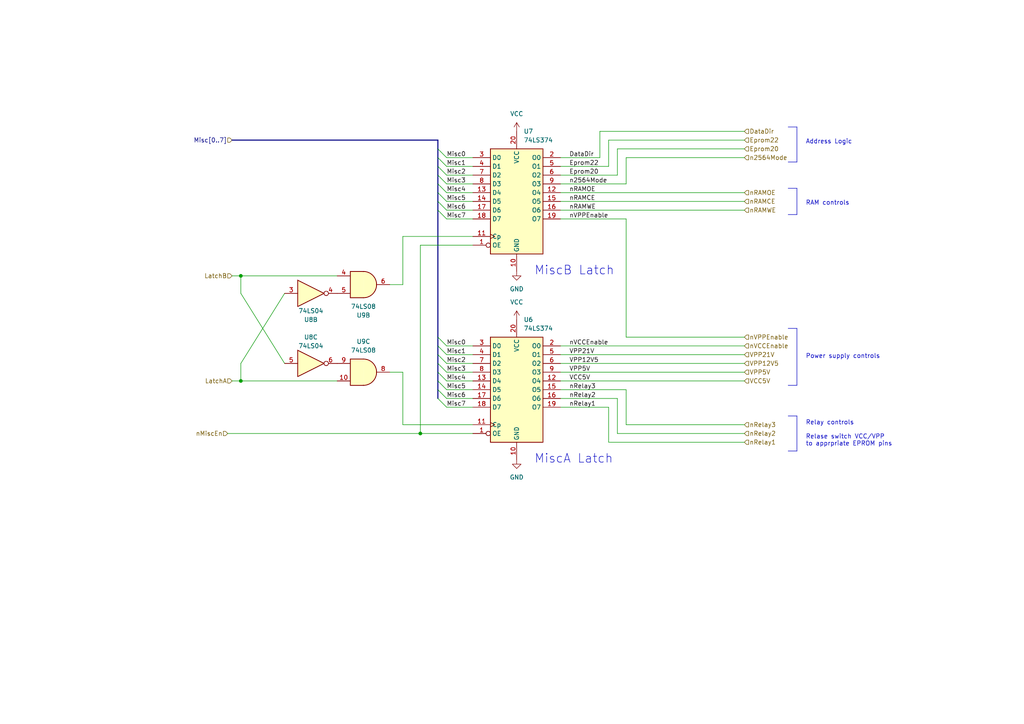
<source format=kicad_sch>
(kicad_sch (version 20211123) (generator eeschema)
  (paper "A4")
  (lib_symbols
    (symbol "74xx:74LS04"
      (property "Reference" "U" (at 0 1.27 0))
      (property "Value" "74LS04" (at 0 -1.27 0))
      (symbol "74LS04_1_0"
        (polyline (pts (xy -3.81 3.81) (xy -3.81 -3.81) (xy 3.81 0) (xy -3.81 3.81)) (stroke (width 0.254)) (fill (type background)))
        (pin input line (at -7.62 0 0) (length 3.81) (name "~") (number "1"))
        (pin output inverted (at 7.62 0 180) (length 3.81) (name "~") (number "2"))
      )
      (symbol "74LS04_2_0"
        (polyline (pts (xy -3.81 3.81) (xy -3.81 -3.81) (xy 3.81 0) (xy -3.81 3.81)) (stroke (width 0.254)) (fill (type background)))
        (pin input line (at -7.62 0 0) (length 3.81) (name "~") (number "3"))
        (pin output inverted (at 7.62 0 180) (length 3.81) (name "~") (number "4"))
      )
      (symbol "74LS04_3_0"
        (polyline (pts (xy -3.81 3.81) (xy -3.81 -3.81) (xy 3.81 0) (xy -3.81 3.81)) (stroke (width 0.254)) (fill (type background)))
        (pin input line (at -7.62 0 0) (length 3.81) (name "~") (number "5"))
        (pin output inverted (at 7.62 0 180) (length 3.81) (name "~") (number "6"))
      )
      (symbol "74LS04_4_0"
        (polyline (pts (xy -3.81 3.81) (xy -3.81 -3.81) (xy 3.81 0) (xy -3.81 3.81)) (stroke (width 0.254)) (fill (type background)))
        (pin output inverted (at 7.62 0 180) (length 3.81) (name "~") (number "8"))
        (pin input line (at -7.62 0 0) (length 3.81) (name "~") (number "9"))
      )
      (symbol "74LS04_5_0"
        (polyline (pts (xy -3.81 3.81) (xy -3.81 -3.81) (xy 3.81 0) (xy -3.81 3.81)) (stroke (width 0.254)) (fill (type background)))
        (pin output inverted (at 7.62 0 180) (length 3.81) (name "~") (number "10"))
        (pin input line (at -7.62 0 0) (length 3.81) (name "~") (number "11"))
      )
      (symbol "74LS04_6_0"
        (polyline (pts (xy -3.81 3.81) (xy -3.81 -3.81) (xy 3.81 0) (xy -3.81 3.81)) (stroke (width 0.254)) (fill (type background)))
        (pin output inverted (at 7.62 0 180) (length 3.81) (name "~") (number "12"))
        (pin input line (at -7.62 0 0) (length 3.81) (name "~") (number "13"))
      )
      (symbol "74LS04_7_0"
        (pin power_in line (at 0 12.7 270) (length 5.08) (name "VCC") (number "14"))
        (pin power_in line (at 0 -12.7 90) (length 5.08) (name "GND") (number "7"))
      )
      (symbol "74LS04_7_1"
        (rectangle (start -5.08 7.62) (end 5.08 -7.62) (stroke (width 0.254)) (fill (type background)))
      )
    )
    (symbol "74xx:74LS08" (pin_names (offset 1.016))
      (property "Reference" "U" (at 0 1.27 0))
      (property "Value" "74LS08" (at 0 -1.27 0))
      (symbol "74LS08_1_1"
        (arc (start 0 -3.81) (mid 3.81 0) (end 0 3.81) (stroke (width 0.254)) (fill (type background)))
        (polyline (pts (xy 0 3.81) (xy -3.81 3.81) (xy -3.81 -3.81) (xy 0 -3.81)) (stroke (width 0.254)) (fill (type background)))
        (pin input line (at -7.62 2.54 0) (length 3.81) (name "~") (number "1"))
        (pin input line (at -7.62 -2.54 0) (length 3.81) (name "~") (number "2"))
        (pin output line (at 7.62 0 180) (length 3.81) (name "~") (number "3"))
      )
      (symbol "74LS08_1_2"
        (arc (start -3.81 -3.81) (mid -2.589 0) (end -3.81 3.81) (stroke (width 0.254)))
        (arc (start -0.6096 -3.81) (mid 2.1842 -2.5851) (end 3.81 0) (stroke (width 0.254)) (fill (type background)))
        (polyline (pts (xy -3.81 -3.81) (xy -0.635 -3.81)) (stroke (width 0.254)) (fill (type background)))
        (polyline (pts (xy -3.81 3.81) (xy -0.635 3.81)) (stroke (width 0.254)) (fill (type background)))
        (polyline (pts (xy -0.635 3.81) (xy -3.81 3.81) (xy -3.81 3.81) (xy -3.556 3.4036) (xy -3.0226 2.2606) (xy -2.6924 1.0414) (xy -2.6162 -0.254) (xy -2.7686 -1.4986) (xy -3.175 -2.7178) (xy -3.81 -3.81) (xy -3.81 -3.81) (xy -0.635 -3.81)) (stroke (width -25.4)) (fill (type background)))
        (arc (start 3.81 0) (mid 2.1915 2.5936) (end -0.6096 3.81) (stroke (width 0.254)) (fill (type background)))
        (pin input inverted (at -7.62 2.54 0) (length 4.318) (name "~") (number "1"))
        (pin input inverted (at -7.62 -2.54 0) (length 4.318) (name "~") (number "2"))
        (pin output inverted (at 7.62 0 180) (length 3.81) (name "~") (number "3"))
      )
      (symbol "74LS08_2_1"
        (arc (start 0 -3.81) (mid 3.81 0) (end 0 3.81) (stroke (width 0.254)) (fill (type background)))
        (polyline (pts (xy 0 3.81) (xy -3.81 3.81) (xy -3.81 -3.81) (xy 0 -3.81)) (stroke (width 0.254)) (fill (type background)))
        (pin input line (at -7.62 2.54 0) (length 3.81) (name "~") (number "4"))
        (pin input line (at -7.62 -2.54 0) (length 3.81) (name "~") (number "5"))
        (pin output line (at 7.62 0 180) (length 3.81) (name "~") (number "6"))
      )
      (symbol "74LS08_2_2"
        (arc (start -3.81 -3.81) (mid -2.589 0) (end -3.81 3.81) (stroke (width 0.254)))
        (arc (start -0.6096 -3.81) (mid 2.1842 -2.5851) (end 3.81 0) (stroke (width 0.254)) (fill (type background)))
        (polyline (pts (xy -3.81 -3.81) (xy -0.635 -3.81)) (stroke (width 0.254)) (fill (type background)))
        (polyline (pts (xy -3.81 3.81) (xy -0.635 3.81)) (stroke (width 0.254)) (fill (type background)))
        (polyline (pts (xy -0.635 3.81) (xy -3.81 3.81) (xy -3.81 3.81) (xy -3.556 3.4036) (xy -3.0226 2.2606) (xy -2.6924 1.0414) (xy -2.6162 -0.254) (xy -2.7686 -1.4986) (xy -3.175 -2.7178) (xy -3.81 -3.81) (xy -3.81 -3.81) (xy -0.635 -3.81)) (stroke (width -25.4)) (fill (type background)))
        (arc (start 3.81 0) (mid 2.1915 2.5936) (end -0.6096 3.81) (stroke (width 0.254)) (fill (type background)))
        (pin input inverted (at -7.62 2.54 0) (length 4.318) (name "~") (number "4"))
        (pin input inverted (at -7.62 -2.54 0) (length 4.318) (name "~") (number "5"))
        (pin output inverted (at 7.62 0 180) (length 3.81) (name "~") (number "6"))
      )
      (symbol "74LS08_3_1"
        (arc (start 0 -3.81) (mid 3.81 0) (end 0 3.81) (stroke (width 0.254)) (fill (type background)))
        (polyline (pts (xy 0 3.81) (xy -3.81 3.81) (xy -3.81 -3.81) (xy 0 -3.81)) (stroke (width 0.254)) (fill (type background)))
        (pin input line (at -7.62 -2.54 0) (length 3.81) (name "~") (number "10"))
        (pin output line (at 7.62 0 180) (length 3.81) (name "~") (number "8"))
        (pin input line (at -7.62 2.54 0) (length 3.81) (name "~") (number "9"))
      )
      (symbol "74LS08_3_2"
        (arc (start -3.81 -3.81) (mid -2.589 0) (end -3.81 3.81) (stroke (width 0.254)))
        (arc (start -0.6096 -3.81) (mid 2.1842 -2.5851) (end 3.81 0) (stroke (width 0.254)) (fill (type background)))
        (polyline (pts (xy -3.81 -3.81) (xy -0.635 -3.81)) (stroke (width 0.254)) (fill (type background)))
        (polyline (pts (xy -3.81 3.81) (xy -0.635 3.81)) (stroke (width 0.254)) (fill (type background)))
        (polyline (pts (xy -0.635 3.81) (xy -3.81 3.81) (xy -3.81 3.81) (xy -3.556 3.4036) (xy -3.0226 2.2606) (xy -2.6924 1.0414) (xy -2.6162 -0.254) (xy -2.7686 -1.4986) (xy -3.175 -2.7178) (xy -3.81 -3.81) (xy -3.81 -3.81) (xy -0.635 -3.81)) (stroke (width -25.4)) (fill (type background)))
        (arc (start 3.81 0) (mid 2.1915 2.5936) (end -0.6096 3.81) (stroke (width 0.254)) (fill (type background)))
        (pin input inverted (at -7.62 -2.54 0) (length 4.318) (name "~") (number "10"))
        (pin output inverted (at 7.62 0 180) (length 3.81) (name "~") (number "8"))
        (pin input inverted (at -7.62 2.54 0) (length 4.318) (name "~") (number "9"))
      )
      (symbol "74LS08_4_1"
        (arc (start 0 -3.81) (mid 3.81 0) (end 0 3.81) (stroke (width 0.254)) (fill (type background)))
        (polyline (pts (xy 0 3.81) (xy -3.81 3.81) (xy -3.81 -3.81) (xy 0 -3.81)) (stroke (width 0.254)) (fill (type background)))
        (pin output line (at 7.62 0 180) (length 3.81) (name "~") (number "11"))
        (pin input line (at -7.62 2.54 0) (length 3.81) (name "~") (number "12"))
        (pin input line (at -7.62 -2.54 0) (length 3.81) (name "~") (number "13"))
      )
      (symbol "74LS08_4_2"
        (arc (start -3.81 -3.81) (mid -2.589 0) (end -3.81 3.81) (stroke (width 0.254)))
        (arc (start -0.6096 -3.81) (mid 2.1842 -2.5851) (end 3.81 0) (stroke (width 0.254)) (fill (type background)))
        (polyline (pts (xy -3.81 -3.81) (xy -0.635 -3.81)) (stroke (width 0.254)) (fill (type background)))
        (polyline (pts (xy -3.81 3.81) (xy -0.635 3.81)) (stroke (width 0.254)) (fill (type background)))
        (polyline (pts (xy -0.635 3.81) (xy -3.81 3.81) (xy -3.81 3.81) (xy -3.556 3.4036) (xy -3.0226 2.2606) (xy -2.6924 1.0414) (xy -2.6162 -0.254) (xy -2.7686 -1.4986) (xy -3.175 -2.7178) (xy -3.81 -3.81) (xy -3.81 -3.81) (xy -0.635 -3.81)) (stroke (width -25.4)) (fill (type background)))
        (arc (start 3.81 0) (mid 2.1915 2.5936) (end -0.6096 3.81) (stroke (width 0.254)) (fill (type background)))
        (pin output inverted (at 7.62 0 180) (length 3.81) (name "~") (number "11"))
        (pin input inverted (at -7.62 2.54 0) (length 4.318) (name "~") (number "12"))
        (pin input inverted (at -7.62 -2.54 0) (length 4.318) (name "~") (number "13"))
      )
      (symbol "74LS08_5_0"
        (pin power_in line (at 0 12.7 270) (length 5.08) (name "VCC") (number "14"))
        (pin power_in line (at 0 -12.7 90) (length 5.08) (name "GND") (number "7"))
      )
      (symbol "74LS08_5_1"
        (rectangle (start -5.08 7.62) (end 5.08 -7.62) (stroke (width 0.254)) (fill (type background)))
      )
    )
    (symbol "74xx:74LS374"
      (property "Reference" "U" (at -7.62 16.51 0))
      (property "Value" "74LS374" (at -7.62 -16.51 0))
      (symbol "74LS374_1_0"
        (pin input inverted (at -12.7 -12.7 0) (length 5.08) (name "OE") (number "1"))
        (pin power_in line (at 0 -20.32 90) (length 5.08) (name "GND") (number "10"))
        (pin input clock (at -12.7 -10.16 0) (length 5.08) (name "Cp") (number "11"))
        (pin tri_state line (at 12.7 2.54 180) (length 5.08) (name "O4") (number "12"))
        (pin input line (at -12.7 2.54 0) (length 5.08) (name "D4") (number "13"))
        (pin input line (at -12.7 0 0) (length 5.08) (name "D5") (number "14"))
        (pin tri_state line (at 12.7 0 180) (length 5.08) (name "O5") (number "15"))
        (pin tri_state line (at 12.7 -2.54 180) (length 5.08) (name "O6") (number "16"))
        (pin input line (at -12.7 -2.54 0) (length 5.08) (name "D6") (number "17"))
        (pin input line (at -12.7 -5.08 0) (length 5.08) (name "D7") (number "18"))
        (pin tri_state line (at 12.7 -5.08 180) (length 5.08) (name "O7") (number "19"))
        (pin tri_state line (at 12.7 12.7 180) (length 5.08) (name "O0") (number "2"))
        (pin power_in line (at 0 20.32 270) (length 5.08) (name "VCC") (number "20"))
        (pin input line (at -12.7 12.7 0) (length 5.08) (name "D0") (number "3"))
        (pin input line (at -12.7 10.16 0) (length 5.08) (name "D1") (number "4"))
        (pin tri_state line (at 12.7 10.16 180) (length 5.08) (name "O1") (number "5"))
        (pin tri_state line (at 12.7 7.62 180) (length 5.08) (name "O2") (number "6"))
        (pin input line (at -12.7 7.62 0) (length 5.08) (name "D2") (number "7"))
        (pin input line (at -12.7 5.08 0) (length 5.08) (name "D3") (number "8"))
        (pin tri_state line (at 12.7 5.08 180) (length 5.08) (name "O3") (number "9"))
      )
      (symbol "74LS374_1_1"
        (rectangle (start -7.62 15.24) (end 7.62 -15.24) (stroke (width 0.254)) (fill (type background)))
      )
    )
    (symbol "power:GND" (power) (pin_names (offset 0))
      (property "Value" "GND" (at 0 -3.81 0))
      (symbol "GND_0_1"
        (polyline (pts (xy 0 0) (xy 0 -1.27) (xy 1.27 -1.27) (xy 0 -2.54) (xy -1.27 -1.27) (xy 0 -1.27)))
      )
      (symbol "GND_1_1"
        (pin power_in line (at 0 0 270) (length 0) hide (name "GND") (number "1"))
      )
    )
    (symbol "power:VCC" (power) (pin_names (offset 0))
      (property "Value" "VCC" (at 0 3.81 0))
      (symbol "VCC_0_1"
        (polyline (pts (xy -0.762 1.27) (xy 0 2.54)))
        (polyline (pts (xy 0 0) (xy 0 2.54)))
        (polyline (pts (xy 0 2.54) (xy 0.762 1.27)))
      )
      (symbol "VCC_1_1"
        (pin power_in line (at 0 0 90) (length 0) hide (name "VCC") (number "1"))
      )
    )
  )
  (junction (at 69.85 80.01))
  (junction (at 69.85 110.49))
  (junction (at 121.92 125.73))
  (bus_entry (at 127 58.42) (size 2.54 2.54))
  (bus_entry (at 127 107.95) (size 2.54 2.54))
  (bus_entry (at 127 105.41) (size 2.54 2.54))
  (bus_entry (at 127 48.26) (size 2.54 2.54))
  (bus_entry (at 127 53.34) (size 2.54 2.54))
  (bus_entry (at 127 43.18) (size 2.54 2.54))
  (bus_entry (at 127 115.57) (size 2.54 2.54))
  (bus_entry (at 127 100.33) (size 2.54 2.54))
  (bus_entry (at 127 50.8) (size 2.54 2.54))
  (bus_entry (at 127 110.49) (size 2.54 2.54))
  (bus_entry (at 127 97.79) (size 2.54 2.54))
  (bus_entry (at 127 60.96) (size 2.54 2.54))
  (bus_entry (at 127 113.03) (size 2.54 2.54))
  (bus_entry (at 127 102.87) (size 2.54 2.54))
  (bus_entry (at 127 55.88) (size 2.54 2.54))
  (bus_entry (at 127 45.72) (size 2.54 2.54))
  (wire (pts (xy 179.07 115.57) (xy 162.56 115.57)))
  (wire (pts (xy 162.56 45.72) (xy 173.99 45.72)))
  (polyline (pts (xy 228.6 36.83) (xy 231.14 36.83)) (stroke (width 0) (type solid)))
  (wire (pts (xy 181.61 45.72) (xy 181.61 53.34)))
  (wire (pts (xy 129.54 100.33) (xy 137.16 100.33)))
  (wire (pts (xy 129.54 60.96) (xy 137.16 60.96)))
  (bus (pts (xy 127 113.03) (xy 127 115.57)))
  (wire (pts (xy 129.54 113.03) (xy 137.16 113.03)))
  (polyline (pts (xy 231.14 95.25) (xy 231.14 111.76)) (stroke (width 0) (type solid)))
  (wire (pts (xy 162.56 60.96) (xy 215.9 60.96)))
  (wire (pts (xy 215.9 45.72) (xy 181.61 45.72)))
  (wire (pts (xy 69.85 110.49) (xy 69.85 105.41)))
  (wire (pts (xy 215.9 43.18) (xy 179.07 43.18)))
  (wire (pts (xy 162.56 100.33) (xy 215.9 100.33)))
  (wire (pts (xy 215.9 40.64) (xy 176.53 40.64)))
  (wire (pts (xy 116.84 82.55) (xy 116.84 68.58)))
  (wire (pts (xy 69.85 85.09) (xy 69.85 80.01)))
  (wire (pts (xy 67.31 80.01) (xy 69.85 80.01)))
  (wire (pts (xy 129.54 53.34) (xy 137.16 53.34)))
  (bus (pts (xy 127 107.95) (xy 127 110.49)))
  (bus (pts (xy 127 55.88) (xy 127 58.42)))
  (wire (pts (xy 129.54 55.88) (xy 137.16 55.88)))
  (wire (pts (xy 129.54 48.26) (xy 137.16 48.26)))
  (wire (pts (xy 162.56 110.49) (xy 215.9 110.49)))
  (wire (pts (xy 179.07 43.18) (xy 179.07 50.8)))
  (wire (pts (xy 129.54 105.41) (xy 137.16 105.41)))
  (wire (pts (xy 176.53 128.27) (xy 215.9 128.27)))
  (wire (pts (xy 181.61 113.03) (xy 181.61 123.19)))
  (wire (pts (xy 121.92 71.12) (xy 121.92 125.73)))
  (wire (pts (xy 173.99 45.72) (xy 173.99 38.1)))
  (wire (pts (xy 129.54 58.42) (xy 137.16 58.42)))
  (wire (pts (xy 173.99 38.1) (xy 215.9 38.1)))
  (wire (pts (xy 69.85 85.09) (xy 82.55 105.41)))
  (wire (pts (xy 162.56 63.5) (xy 181.61 63.5)))
  (wire (pts (xy 215.9 125.73) (xy 179.07 125.73)))
  (wire (pts (xy 176.53 40.64) (xy 176.53 48.26)))
  (polyline (pts (xy 228.6 54.61) (xy 231.14 54.61)) (stroke (width 0) (type solid)))
  (wire (pts (xy 162.56 55.88) (xy 215.9 55.88)))
  (wire (pts (xy 121.92 71.12) (xy 137.16 71.12)))
  (wire (pts (xy 116.84 82.55) (xy 113.03 82.55)))
  (wire (pts (xy 67.31 110.49) (xy 69.85 110.49)))
  (wire (pts (xy 179.07 125.73) (xy 179.07 115.57)))
  (bus (pts (xy 127 58.42) (xy 127 60.96)))
  (wire (pts (xy 162.56 113.03) (xy 181.61 113.03)))
  (wire (pts (xy 162.56 58.42) (xy 215.9 58.42)))
  (wire (pts (xy 129.54 63.5) (xy 137.16 63.5)))
  (bus (pts (xy 127 110.49) (xy 127 113.03)))
  (wire (pts (xy 162.56 48.26) (xy 176.53 48.26)))
  (polyline (pts (xy 228.6 111.76) (xy 231.14 111.76)) (stroke (width 0) (type solid)))
  (polyline (pts (xy 228.6 46.99) (xy 231.14 46.99)) (stroke (width 0) (type solid)))
  (wire (pts (xy 162.56 50.8) (xy 179.07 50.8)))
  (bus (pts (xy 127 45.72) (xy 127 48.26)))
  (wire (pts (xy 116.84 107.95) (xy 116.84 123.19)))
  (polyline (pts (xy 231.14 120.65) (xy 231.14 130.81)) (stroke (width 0) (type solid)))
  (wire (pts (xy 69.85 110.49) (xy 97.79 110.49)))
  (wire (pts (xy 129.54 50.8) (xy 137.16 50.8)))
  (bus (pts (xy 127 53.34) (xy 127 50.8)))
  (bus (pts (xy 127 53.34) (xy 127 55.88)))
  (wire (pts (xy 162.56 107.95) (xy 215.9 107.95)))
  (wire (pts (xy 121.92 125.73) (xy 137.16 125.73)))
  (wire (pts (xy 129.54 115.57) (xy 137.16 115.57)))
  (polyline (pts (xy 228.6 120.65) (xy 231.14 120.65)) (stroke (width 0) (type solid)))
  (bus (pts (xy 127 40.64) (xy 127 43.18)))
  (wire (pts (xy 162.56 53.34) (xy 181.61 53.34)))
  (wire (pts (xy 129.54 102.87) (xy 137.16 102.87)))
  (polyline (pts (xy 231.14 36.83) (xy 231.14 46.99)) (stroke (width 0) (type solid)))
  (bus (pts (xy 127 60.96) (xy 127 97.79)))
  (wire (pts (xy 181.61 63.5) (xy 181.61 97.79)))
  (bus (pts (xy 127 48.26) (xy 127 50.8)))
  (wire (pts (xy 116.84 123.19) (xy 137.16 123.19)))
  (polyline (pts (xy 228.6 62.23) (xy 231.14 62.23)) (stroke (width 0) (type solid)))
  (bus (pts (xy 127 105.41) (xy 127 107.95)))
  (wire (pts (xy 181.61 97.79) (xy 215.9 97.79)))
  (wire (pts (xy 176.53 118.11) (xy 176.53 128.27)))
  (wire (pts (xy 129.54 118.11) (xy 137.16 118.11)))
  (bus (pts (xy 67.31 40.64) (xy 127 40.64)))
  (bus (pts (xy 127 102.87) (xy 127 105.41)))
  (wire (pts (xy 69.85 80.01) (xy 97.79 80.01)))
  (polyline (pts (xy 228.6 95.25) (xy 231.14 95.25)) (stroke (width 0) (type solid)))
  (wire (pts (xy 181.61 123.19) (xy 215.9 123.19)))
  (wire (pts (xy 129.54 45.72) (xy 137.16 45.72)))
  (bus (pts (xy 127 97.79) (xy 127 100.33)))
  (wire (pts (xy 162.56 102.87) (xy 215.9 102.87)))
  (wire (pts (xy 116.84 107.95) (xy 113.03 107.95)))
  (wire (pts (xy 129.54 107.95) (xy 137.16 107.95)))
  (polyline (pts (xy 228.6 130.81) (xy 231.14 130.81)) (stroke (width 0) (type solid)))
  (wire (pts (xy 129.54 110.49) (xy 137.16 110.49)))
  (bus (pts (xy 127 43.18) (xy 127 45.72)))
  (wire (pts (xy 162.56 105.41) (xy 215.9 105.41)))
  (wire (pts (xy 116.84 68.58) (xy 137.16 68.58)))
  (bus (pts (xy 127 100.33) (xy 127 102.87)))
  (wire (pts (xy 66.04 125.73) (xy 121.92 125.73)))
  (polyline (pts (xy 231.14 54.61) (xy 231.14 62.23)) (stroke (width 0) (type solid)))
  (wire (pts (xy 69.85 105.41) (xy 82.55 85.09)))
  (wire (pts (xy 162.56 118.11) (xy 176.53 118.11)))
  (text "RAM controls" (at 233.68 59.69 0) (effects (font (size 1.27 1.27)) (justify left bottom)))
  (text "Address Logic" (at 233.68 41.91 0) (effects (font (size 1.27 1.27)) (justify left bottom)))
  (text "Power supply controls\n" (at 233.68 104.14 0) (effects (font (size 1.27 1.27)) (justify left bottom)))
  (text "MiscA Latch" (at 154.94 134.62 0) (effects (font (size 2.54 2.54)) (justify left bottom)))
  (text "Relay controls\n\nRelase switch VCC/VPP\nto apprpriate EPROM pins" (at 233.68 129.54 0) (effects (font (size 1.27 1.27)) (justify left bottom)))
  (text "MiscB Latch" (at 154.94 80.01 0) (effects (font (size 2.54 2.54)) (justify left bottom)))
  (label "VCC5V" (at 165.1 110.49 0))
  (label "Eprom20" (at 165.1 50.8 0))
  (label "Misc0" (at 129.54 45.72 0))
  (label "Eprom22" (at 165.1 48.26 0))
  (label "Misc0" (at 129.54 100.33 0))
  (label "nRelay2" (at 165.1 115.57 0))
  (label "nRAMWE" (at 165.1 60.96 0))
  (label "Misc3" (at 129.54 107.95 0))
  (label "Misc7" (at 129.54 118.11 0))
  (label "nRAMCE" (at 165.1 58.42 0))
  (label "VPP21V" (at 165.1 102.87 0))
  (label "Misc2" (at 129.54 50.8 0))
  (label "Misc5" (at 129.54 58.42 0))
  (label "nRelay3" (at 165.1 113.03 0))
  (label "Misc6" (at 129.54 60.96 0))
  (label "Misc7" (at 129.54 63.5 0))
  (label "Misc4" (at 129.54 110.49 0))
  (label "nRelay1" (at 165.1 118.11 0))
  (label "Misc6" (at 129.54 115.57 0))
  (label "nRAMOE" (at 165.1 55.88 0))
  (label "DataDir" (at 165.1 45.72 0))
  (label "VPP5V" (at 165.1 107.95 0))
  (label "nVCCEnable" (at 165.1 100.33 0))
  (label "nVPPEnable" (at 165.1 63.5 0))
  (label "n2564Mode" (at 165.1 53.34 0))
  (label "Misc4" (at 129.54 55.88 0))
  (label "Misc5" (at 129.54 113.03 0))
  (label "Misc3" (at 129.54 53.34 0))
  (label "VPP12V5" (at 165.1 105.41 0))
  (label "Misc2" (at 129.54 105.41 0))
  (label "Misc1" (at 129.54 102.87 0))
  (label "Misc1" (at 129.54 48.26 0))
  (hierarchical_label "Eprom22" (shape input) (at 215.9 40.64 0))
  (hierarchical_label "nRAMOE" (shape input) (at 215.9 55.88 0))
  (hierarchical_label "VPP21V" (shape input) (at 215.9 102.87 0))
  (hierarchical_label "VCC5V" (shape input) (at 215.9 110.49 0))
  (hierarchical_label "nMiscEn" (shape input) (at 66.04 125.73 180))
  (hierarchical_label "nRAMCE" (shape input) (at 215.9 58.42 0))
  (hierarchical_label "nRelay2" (shape input) (at 215.9 125.73 0))
  (hierarchical_label "VPP12V5" (shape input) (at 215.9 105.41 0))
  (hierarchical_label "Misc[0..7]" (shape input) (at 67.31 40.64 180))
  (hierarchical_label "nRelay1" (shape input) (at 215.9 128.27 0))
  (hierarchical_label "LatchA" (shape input) (at 67.31 110.49 180))
  (hierarchical_label "VPP5V" (shape input) (at 215.9 107.95 0))
  (hierarchical_label "DataDir" (shape input) (at 215.9 38.1 0))
  (hierarchical_label "nRAMWE" (shape input) (at 215.9 60.96 0))
  (hierarchical_label "nVPPEnable" (shape input) (at 215.9 97.79 0))
  (hierarchical_label "LatchB" (shape input) (at 67.31 80.01 180))
  (hierarchical_label "n2564Mode" (shape input) (at 215.9 45.72 0))
  (hierarchical_label "nVCCEnable" (shape input) (at 215.9 100.33 0))
  (hierarchical_label "nRelay3" (shape input) (at 215.9 123.19 0))
  (hierarchical_label "Eprom20" (shape input) (at 215.9 43.18 0))
  (symbol (lib_id "power:VCC") (at 149.86 38.1 0) (unit 1)
    (property "Reference" "#PWR0134" (effects hide))
    (property "Value" "VCC" (at 149.86 33.02 0))
  )
  (symbol (lib_id "power:GND") (at 149.86 133.35 0) (unit 1)
    (property "Reference" "#PWR0133" (effects hide))
    (property "Value" "GND" (at 149.86 138.43 0))
  )
  (symbol (lib_id "74xx:74LS04") (at 90.17 105.41 0) (unit 3)
    (property "Reference" "U8" (at 90.17 97.79 0))
    (property "Value" "74LS04" (at 90.17 100.33 0))
    (property "Datasheet" "http://www.ti.com/lit/gpn/sn74LS04" (effects hide))
  )
  (symbol (lib_id "power:GND") (at 149.86 78.74 0) (unit 1)
    (property "Reference" "#PWR0135" (effects hide))
    (property "Value" "GND" (at 149.86 83.82 0))
  )
  (symbol (lib_id "74xx:74LS08") (at 105.41 107.95 0) (unit 3)
    (property "Reference" "U9" (at 105.41 99.06 0))
    (property "Value" "74LS08" (at 105.41 101.6 0))
    (property "Datasheet" "http://www.ti.com/lit/gpn/sn74LS08" (effects hide))
  )
  (symbol (lib_id "74xx:74LS04") (at 90.17 85.09 0) (unit 2)
    (property "Reference" "U8" (at 90.17 92.71 0))
    (property "Value" "74LS04" (at 90.17 90.17 0))
    (property "Datasheet" "http://www.ti.com/lit/gpn/sn74LS04" (effects hide))
  )
  (symbol (lib_id "power:VCC") (at 149.86 92.71 0) (unit 1)
    (property "Reference" "#PWR0136" (effects hide))
    (property "Value" "VCC" (at 149.86 87.63 0))
  )
  (symbol (lib_id "74xx:74LS08") (at 105.41 82.55 0) (unit 2)
    (property "Reference" "U9" (at 105.41 91.44 0))
    (property "Value" "74LS08" (at 105.41 88.9 0))
    (property "Datasheet" "http://www.ti.com/lit/gpn/sn74LS08" (effects hide))
  )
  (symbol (lib_id "74xx:74LS374") (at 149.86 58.42 0) (unit 1)
    (property "Reference" "U7" (at 151.8794 38.1 0) (effects (justify left)))
    (property "Value" "74LS374" (at 151.8794 40.64 0) (effects (justify left)))
    (property "Datasheet" "http://www.ti.com/lit/gpn/sn74LS374" (effects hide))
  )
  (symbol (lib_id "74xx:74LS374") (at 149.86 113.03 0) (unit 1)
    (property "Reference" "U6" (at 151.8794 92.71 0) (effects (justify left)))
    (property "Value" "74LS374" (at 151.8794 95.25 0) (effects (justify left)))
    (property "Datasheet" "http://www.ti.com/lit/gpn/sn74LS374" (effects hide))
  )
)
</source>
